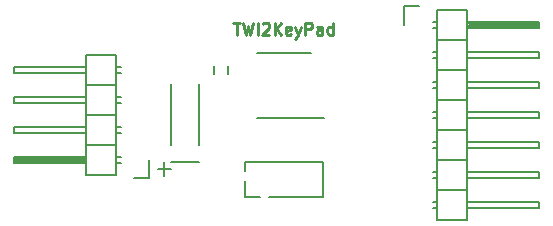
<source format=gto>
G04 #@! TF.FileFunction,Legend,Top*
%FSLAX46Y46*%
G04 Gerber Fmt 4.6, Leading zero omitted, Abs format (unit mm)*
G04 Created by KiCad (PCBNEW (2016-11-25 revision 30df041)-master) date Sun Nov 27 00:56:35 2016*
%MOMM*%
%LPD*%
G01*
G04 APERTURE LIST*
%ADD10C,0.100000*%
%ADD11C,0.250000*%
%ADD12C,0.150000*%
G04 APERTURE END LIST*
D10*
D11*
X144304285Y-93813380D02*
X144875714Y-93813380D01*
X144590000Y-94813380D02*
X144590000Y-93813380D01*
X145113809Y-93813380D02*
X145351904Y-94813380D01*
X145542380Y-94099095D01*
X145732857Y-94813380D01*
X145970952Y-93813380D01*
X146351904Y-94813380D02*
X146351904Y-93813380D01*
X146780476Y-93908619D02*
X146828095Y-93861000D01*
X146923333Y-93813380D01*
X147161428Y-93813380D01*
X147256666Y-93861000D01*
X147304285Y-93908619D01*
X147351904Y-94003857D01*
X147351904Y-94099095D01*
X147304285Y-94241952D01*
X146732857Y-94813380D01*
X147351904Y-94813380D01*
X147780476Y-94813380D02*
X147780476Y-93813380D01*
X148351904Y-94813380D02*
X147923333Y-94241952D01*
X148351904Y-93813380D02*
X147780476Y-94384809D01*
X149161428Y-94765761D02*
X149066190Y-94813380D01*
X148875714Y-94813380D01*
X148780476Y-94765761D01*
X148732857Y-94670523D01*
X148732857Y-94289571D01*
X148780476Y-94194333D01*
X148875714Y-94146714D01*
X149066190Y-94146714D01*
X149161428Y-94194333D01*
X149209047Y-94289571D01*
X149209047Y-94384809D01*
X148732857Y-94480047D01*
X149542380Y-94146714D02*
X149780476Y-94813380D01*
X150018571Y-94146714D02*
X149780476Y-94813380D01*
X149685238Y-95051476D01*
X149637619Y-95099095D01*
X149542380Y-95146714D01*
X150399523Y-94813380D02*
X150399523Y-93813380D01*
X150780476Y-93813380D01*
X150875714Y-93861000D01*
X150923333Y-93908619D01*
X150970952Y-94003857D01*
X150970952Y-94146714D01*
X150923333Y-94241952D01*
X150875714Y-94289571D01*
X150780476Y-94337190D01*
X150399523Y-94337190D01*
X151828095Y-94813380D02*
X151828095Y-94289571D01*
X151780476Y-94194333D01*
X151685238Y-94146714D01*
X151494761Y-94146714D01*
X151399523Y-94194333D01*
X151828095Y-94765761D02*
X151732857Y-94813380D01*
X151494761Y-94813380D01*
X151399523Y-94765761D01*
X151351904Y-94670523D01*
X151351904Y-94575285D01*
X151399523Y-94480047D01*
X151494761Y-94432428D01*
X151732857Y-94432428D01*
X151828095Y-94384809D01*
X152732857Y-94813380D02*
X152732857Y-93813380D01*
X152732857Y-94765761D02*
X152637619Y-94813380D01*
X152447142Y-94813380D01*
X152351904Y-94765761D01*
X152304285Y-94718142D01*
X152256666Y-94622904D01*
X152256666Y-94337190D01*
X152304285Y-94241952D01*
X152351904Y-94194333D01*
X152447142Y-94146714D01*
X152637619Y-94146714D01*
X152732857Y-94194333D01*
D12*
X139009120Y-105595420D02*
X141406880Y-105595420D01*
X138409680Y-106799380D02*
X138409680Y-105600500D01*
X137909300Y-106199940D02*
X139009120Y-106199940D01*
X139009120Y-98999040D02*
X139009120Y-104200960D01*
X141406880Y-104200960D02*
X141406880Y-98999040D01*
X143856000Y-97440000D02*
X143856000Y-98140000D01*
X142656000Y-98140000D02*
X142656000Y-97440000D01*
X158720000Y-92430000D02*
X158720000Y-93980000D01*
X160020000Y-92430000D02*
X158720000Y-92430000D01*
X164211000Y-93853000D02*
X170053000Y-93853000D01*
X170053000Y-93853000D02*
X170053000Y-94107000D01*
X170053000Y-94107000D02*
X164211000Y-94107000D01*
X164211000Y-94107000D02*
X164211000Y-93980000D01*
X164211000Y-93980000D02*
X170053000Y-93980000D01*
X161544000Y-93726000D02*
X161163000Y-93726000D01*
X161544000Y-94234000D02*
X161163000Y-94234000D01*
X161544000Y-96266000D02*
X161163000Y-96266000D01*
X161544000Y-96774000D02*
X161163000Y-96774000D01*
X161544000Y-98806000D02*
X161163000Y-98806000D01*
X161544000Y-99314000D02*
X161163000Y-99314000D01*
X161544000Y-101346000D02*
X161163000Y-101346000D01*
X161544000Y-101854000D02*
X161163000Y-101854000D01*
X161544000Y-109474000D02*
X161163000Y-109474000D01*
X161544000Y-108966000D02*
X161163000Y-108966000D01*
X161544000Y-106934000D02*
X161163000Y-106934000D01*
X161544000Y-106426000D02*
X161163000Y-106426000D01*
X161544000Y-104394000D02*
X161163000Y-104394000D01*
X161544000Y-103886000D02*
X161163000Y-103886000D01*
X164084000Y-95250000D02*
X164084000Y-92710000D01*
X170180000Y-94234000D02*
X164084000Y-94234000D01*
X170180000Y-93726000D02*
X170180000Y-94234000D01*
X164084000Y-93726000D02*
X170180000Y-93726000D01*
X161544000Y-95250000D02*
X164084000Y-95250000D01*
X161544000Y-92710000D02*
X161544000Y-95250000D01*
X161544000Y-92710000D02*
X164084000Y-92710000D01*
X161544000Y-97790000D02*
X164084000Y-97790000D01*
X161544000Y-97790000D02*
X161544000Y-100330000D01*
X161544000Y-100330000D02*
X164084000Y-100330000D01*
X164084000Y-98806000D02*
X170180000Y-98806000D01*
X170180000Y-98806000D02*
X170180000Y-99314000D01*
X170180000Y-99314000D02*
X164084000Y-99314000D01*
X164084000Y-100330000D02*
X164084000Y-97790000D01*
X164084000Y-97790000D02*
X164084000Y-95250000D01*
X170180000Y-96774000D02*
X164084000Y-96774000D01*
X170180000Y-96266000D02*
X170180000Y-96774000D01*
X164084000Y-96266000D02*
X170180000Y-96266000D01*
X161544000Y-97790000D02*
X164084000Y-97790000D01*
X161544000Y-95250000D02*
X161544000Y-97790000D01*
X161544000Y-95250000D02*
X164084000Y-95250000D01*
X161544000Y-105410000D02*
X164084000Y-105410000D01*
X161544000Y-105410000D02*
X161544000Y-107950000D01*
X161544000Y-107950000D02*
X164084000Y-107950000D01*
X164084000Y-106426000D02*
X170180000Y-106426000D01*
X170180000Y-106426000D02*
X170180000Y-106934000D01*
X170180000Y-106934000D02*
X164084000Y-106934000D01*
X164084000Y-107950000D02*
X164084000Y-105410000D01*
X164084000Y-110490000D02*
X164084000Y-107950000D01*
X170180000Y-109474000D02*
X164084000Y-109474000D01*
X170180000Y-108966000D02*
X170180000Y-109474000D01*
X164084000Y-108966000D02*
X170180000Y-108966000D01*
X161544000Y-110490000D02*
X164084000Y-110490000D01*
X161544000Y-107950000D02*
X161544000Y-110490000D01*
X161544000Y-107950000D02*
X164084000Y-107950000D01*
X161544000Y-102870000D02*
X164084000Y-102870000D01*
X161544000Y-102870000D02*
X161544000Y-105410000D01*
X161544000Y-105410000D02*
X164084000Y-105410000D01*
X164084000Y-103886000D02*
X170180000Y-103886000D01*
X170180000Y-103886000D02*
X170180000Y-104394000D01*
X170180000Y-104394000D02*
X164084000Y-104394000D01*
X164084000Y-105410000D02*
X164084000Y-102870000D01*
X164084000Y-102870000D02*
X164084000Y-100330000D01*
X170180000Y-101854000D02*
X164084000Y-101854000D01*
X170180000Y-101346000D02*
X170180000Y-101854000D01*
X164084000Y-101346000D02*
X170180000Y-101346000D01*
X161544000Y-102870000D02*
X164084000Y-102870000D01*
X161544000Y-100330000D02*
X161544000Y-102870000D01*
X161544000Y-100330000D02*
X164084000Y-100330000D01*
X134366000Y-101600000D02*
X131826000Y-101600000D01*
X134366000Y-101600000D02*
X134366000Y-99060000D01*
X134366000Y-99060000D02*
X131826000Y-99060000D01*
X131826000Y-100584000D02*
X125730000Y-100584000D01*
X125730000Y-100584000D02*
X125730000Y-100076000D01*
X125730000Y-100076000D02*
X131826000Y-100076000D01*
X131826000Y-99060000D02*
X131826000Y-101600000D01*
X131826000Y-96520000D02*
X131826000Y-99060000D01*
X125730000Y-97536000D02*
X131826000Y-97536000D01*
X125730000Y-98044000D02*
X125730000Y-97536000D01*
X131826000Y-98044000D02*
X125730000Y-98044000D01*
X134366000Y-96520000D02*
X131826000Y-96520000D01*
X134366000Y-99060000D02*
X134366000Y-96520000D01*
X134366000Y-99060000D02*
X131826000Y-99060000D01*
X134366000Y-106680000D02*
X134366000Y-104140000D01*
X134366000Y-104140000D02*
X131826000Y-104140000D01*
X131826000Y-105664000D02*
X125730000Y-105664000D01*
X125730000Y-105664000D02*
X125730000Y-105156000D01*
X125730000Y-105156000D02*
X131826000Y-105156000D01*
X131826000Y-104140000D02*
X131826000Y-106680000D01*
X131826000Y-101600000D02*
X131826000Y-104140000D01*
X125730000Y-102616000D02*
X131826000Y-102616000D01*
X125730000Y-103124000D02*
X125730000Y-102616000D01*
X131826000Y-103124000D02*
X125730000Y-103124000D01*
X134366000Y-101600000D02*
X131826000Y-101600000D01*
X134366000Y-104140000D02*
X134366000Y-101600000D01*
X134366000Y-104140000D02*
X131826000Y-104140000D01*
X134366000Y-106680000D02*
X131826000Y-106680000D01*
X134366000Y-98044000D02*
X134747000Y-98044000D01*
X134366000Y-97536000D02*
X134747000Y-97536000D01*
X134366000Y-100076000D02*
X134747000Y-100076000D01*
X134366000Y-100584000D02*
X134747000Y-100584000D01*
X134366000Y-102616000D02*
X134747000Y-102616000D01*
X134366000Y-103124000D02*
X134747000Y-103124000D01*
X134366000Y-105156000D02*
X134747000Y-105156000D01*
X134366000Y-105664000D02*
X134747000Y-105664000D01*
X131699000Y-105410000D02*
X125857000Y-105410000D01*
X131699000Y-105283000D02*
X131699000Y-105410000D01*
X125857000Y-105283000D02*
X131699000Y-105283000D01*
X125857000Y-105537000D02*
X125857000Y-105283000D01*
X131699000Y-105537000D02*
X125857000Y-105537000D01*
X135890000Y-106960000D02*
X137190000Y-106960000D01*
X137190000Y-106960000D02*
X137190000Y-105410000D01*
X151965000Y-101885000D02*
X146340000Y-101885000D01*
X150840000Y-96335000D02*
X146340000Y-96335000D01*
X145250000Y-108546000D02*
X146550000Y-108546000D01*
X145250000Y-107196000D02*
X145250000Y-108546000D01*
X151900000Y-108546000D02*
X147350000Y-108546000D01*
X151900000Y-105596000D02*
X151900000Y-108546000D01*
X151900000Y-105596000D02*
X145250000Y-105596000D01*
X145250000Y-105596000D02*
X145250000Y-106396000D01*
M02*

</source>
